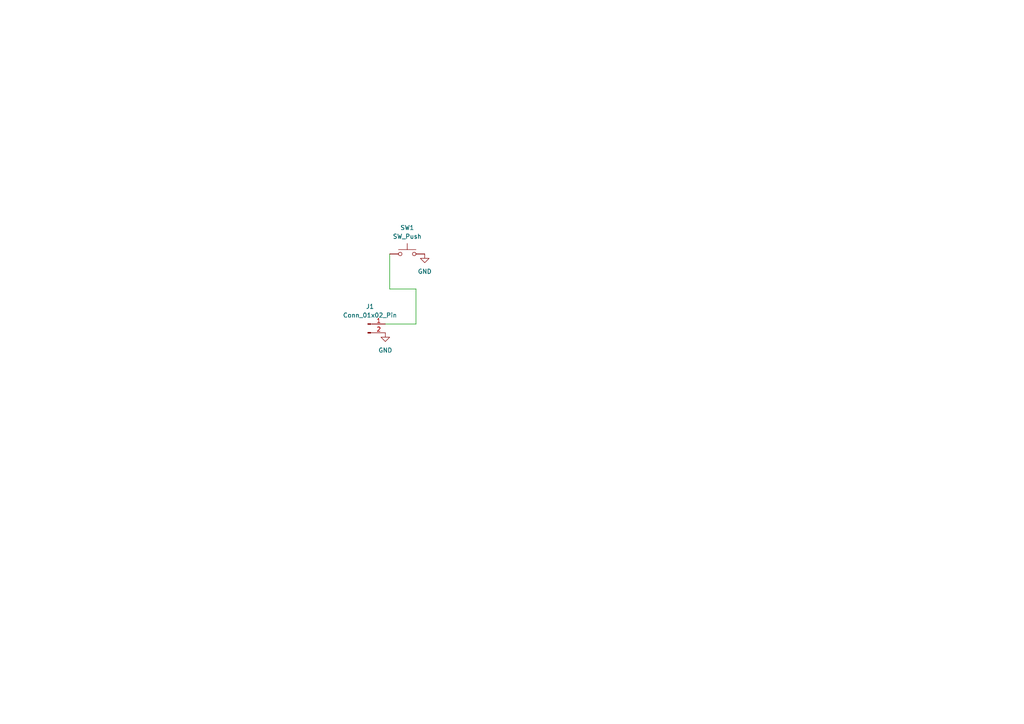
<source format=kicad_sch>
(kicad_sch (version 20250114) (generator "eeschema") (generator_version "9.0")
  (paper "A4")
  (lib_symbols
    (symbol "Connector:Conn_01x02_Pin" (pin_names (offset 1.016) (hide yes))
      (property "Reference" "J" (at 0 2.54 0))
      (property "Value" "Conn_01x02_Pin" (at 0 -5.08 0))
      (symbol "Conn_01x02_Pin_1_1"
        (rectangle (start 0.8636 0.127) (end 0 -0.127) (stroke (width 0.1524)) (fill (type outline)))
        (rectangle (start 0.8636 -2.413) (end 0 -2.667) (stroke (width 0.1524)) (fill (type outline)))
        (polyline (pts (xy 1.27 0) (xy 0.8636 0)) (stroke (width 0.1524)))
        (polyline (pts (xy 1.27 -2.54) (xy 0.8636 -2.54)) (stroke (width 0.1524)))
        (pin passive line (at 5.08 0 180) (length 3.81) (name "Pin_1") (number "1"))
        (pin passive line (at 5.08 -2.54 180) (length 3.81) (name "Pin_2") (number "2"))
      )
    )
    (symbol "Switch:SW_Push" (pin_numbers (hide yes)) (pin_names (offset 1.016) (hide yes))
      (property "Reference" "SW" (at 1.27 2.54 0))
      (property "Value" "SW_Push" (at 0 -1.524 0))
      (symbol "SW_Push_0_1"
        (circle (center -2.032 0) (radius 0.508))
        (polyline (pts (xy 0 1.27) (xy 0 3.048)))
        (circle (center 2.032 0) (radius 0.508))
        (polyline (pts (xy 2.54 1.27) (xy -2.54 1.27)))
        (pin passive line (at -5.08 0 0) (length 2.54) (name "1") (number "1"))
        (pin passive line (at 5.08 0 180) (length 2.54) (name "2") (number "2"))
      )
    )
    (symbol "power:GND" (power) (pin_numbers (hide yes)) (pin_names (offset 0) (hide yes))
      (property "Value" "GND" (at 0 -3.81 0))
      (symbol "GND_0_1"
        (polyline (pts (xy 0 0) (xy 0 -1.27) (xy 1.27 -1.27) (xy 0 -2.54) (xy -1.27 -1.27) (xy 0 -1.27)))
      )
      (symbol "GND_1_1"
        (pin power_in line (at 0 0 270) (length 0) (name "~") (number "1"))
      )
    )
  )
  (wire (pts (xy 113.03 83.82) (xy 120.65 83.82)))
  (wire (pts (xy 113.03 73.66) (xy 113.03 83.82)))
  (wire (pts (xy 120.65 83.82) (xy 120.65 93.98)))
  (wire (pts (xy 120.65 93.98) (xy 111.76 93.98)))
  (symbol (lib_id "power:GND") (at 123.19 73.66 0) (unit 1)
    (property "Reference" "#PWR02" (effects (hide yes)))
    (property "Value" "GND" (at 123.19 78.74 0))
    (property "Description" "Power symbol creates a global label with name \"GND\" , ground" (effects (hide yes)))
  )
  (symbol (lib_id "Connector:Conn_01x02_Pin") (at 106.68 93.98 0) (unit 1)
    (property "Reference" "J1" (at 107.315 88.9 0))
    (property "Value" "Conn_01x02_Pin" (at 107.315 91.44 0))
    (property "Footprint" "Connector_PinHeader_2.54mm:PinHeader_1x02_P2.54mm_Vertical" (effects (hide yes)))
    (property "Description" "Generic connector, single row, 01x02, script generated" (effects (hide yes)))
  )
  (symbol (lib_id "power:GND") (at 111.76 96.52 0) (unit 1)
    (property "Reference" "#PWR01" (effects (hide yes)))
    (property "Value" "GND" (at 111.76 101.6 0))
    (property "Description" "Power symbol creates a global label with name \"GND\" , ground" (effects (hide yes)))
  )
  (symbol (lib_id "Switch:SW_Push") (at 118.11 73.66 0) (unit 1)
    (property "Reference" "SW1" (at 118.11 66.04 0))
    (property "Value" "SW_Push" (at 118.11 68.58 0))
    (property "Footprint" "Button_Switch_Keyboard:SW_Cherry_MX_1.00u_PCB" (effects (hide yes)))
    (property "Description" "Push button switch, generic, two pins" (effects (hide yes)))
  )
)
</source>
